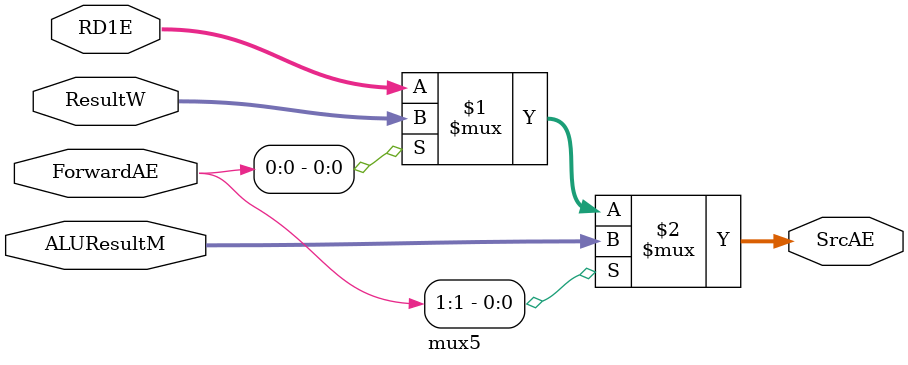
<source format=sv>
module mux5 #
(    
    parameter WIDTH = 8
)(
    input logic [WIDTH-1:0] RD1E, 
    input logic [WIDTH-1:0] ResultW, 
    input logic [WIDTH-1:0] ALUResultM,
    input logic [1:0] ForwardAE,
    output logic [WIDTH-1:0] SrcAE
);
    assign SrcAE = ForwardAE[1] ? ALUResultM : (ForwardAE[0] ? ResultW : RD1E);
endmodule


</source>
